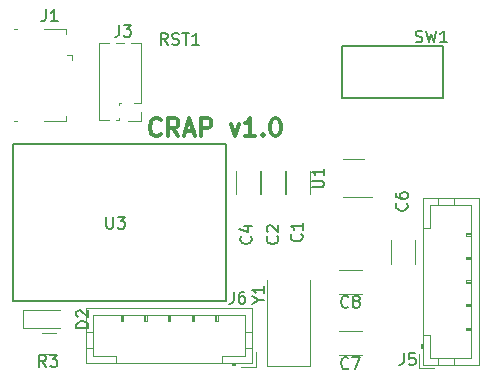
<source format=gbr>
G04 #@! TF.GenerationSoftware,KiCad,Pcbnew,5.0.2-bee76a0~70~ubuntu18.04.1*
G04 #@! TF.CreationDate,2019-04-29T21:23:14-04:00*
G04 #@! TF.ProjectId,E73 SCR,45373320-5343-4522-9e6b-696361645f70,rev?*
G04 #@! TF.SameCoordinates,Original*
G04 #@! TF.FileFunction,Legend,Top*
G04 #@! TF.FilePolarity,Positive*
%FSLAX46Y46*%
G04 Gerber Fmt 4.6, Leading zero omitted, Abs format (unit mm)*
G04 Created by KiCad (PCBNEW 5.0.2-bee76a0~70~ubuntu18.04.1) date Mon 29 Apr 2019 09:23:14 PM EDT*
%MOMM*%
%LPD*%
G01*
G04 APERTURE LIST*
%ADD10C,0.300000*%
%ADD11C,0.120000*%
%ADD12C,0.150000*%
G04 APERTURE END LIST*
D10*
X124492857Y-69435714D02*
X124421428Y-69507142D01*
X124207142Y-69578571D01*
X124064285Y-69578571D01*
X123850000Y-69507142D01*
X123707142Y-69364285D01*
X123635714Y-69221428D01*
X123564285Y-68935714D01*
X123564285Y-68721428D01*
X123635714Y-68435714D01*
X123707142Y-68292857D01*
X123850000Y-68150000D01*
X124064285Y-68078571D01*
X124207142Y-68078571D01*
X124421428Y-68150000D01*
X124492857Y-68221428D01*
X125992857Y-69578571D02*
X125492857Y-68864285D01*
X125135714Y-69578571D02*
X125135714Y-68078571D01*
X125707142Y-68078571D01*
X125850000Y-68150000D01*
X125921428Y-68221428D01*
X125992857Y-68364285D01*
X125992857Y-68578571D01*
X125921428Y-68721428D01*
X125850000Y-68792857D01*
X125707142Y-68864285D01*
X125135714Y-68864285D01*
X126564285Y-69150000D02*
X127278571Y-69150000D01*
X126421428Y-69578571D02*
X126921428Y-68078571D01*
X127421428Y-69578571D01*
X127921428Y-69578571D02*
X127921428Y-68078571D01*
X128492857Y-68078571D01*
X128635714Y-68150000D01*
X128707142Y-68221428D01*
X128778571Y-68364285D01*
X128778571Y-68578571D01*
X128707142Y-68721428D01*
X128635714Y-68792857D01*
X128492857Y-68864285D01*
X127921428Y-68864285D01*
X130421428Y-68578571D02*
X130778571Y-69578571D01*
X131135714Y-68578571D01*
X132492857Y-69578571D02*
X131635714Y-69578571D01*
X132064285Y-69578571D02*
X132064285Y-68078571D01*
X131921428Y-68292857D01*
X131778571Y-68435714D01*
X131635714Y-68507142D01*
X133135714Y-69435714D02*
X133207142Y-69507142D01*
X133135714Y-69578571D01*
X133064285Y-69507142D01*
X133135714Y-69435714D01*
X133135714Y-69578571D01*
X134135714Y-68078571D02*
X134278571Y-68078571D01*
X134421428Y-68150000D01*
X134492857Y-68221428D01*
X134564285Y-68364285D01*
X134635714Y-68650000D01*
X134635714Y-69007142D01*
X134564285Y-69292857D01*
X134492857Y-69435714D01*
X134421428Y-69507142D01*
X134278571Y-69578571D01*
X134135714Y-69578571D01*
X133992857Y-69507142D01*
X133921428Y-69435714D01*
X133850000Y-69292857D01*
X133778571Y-69007142D01*
X133778571Y-68650000D01*
X133850000Y-68364285D01*
X133921428Y-68221428D01*
X133992857Y-68150000D01*
X134135714Y-68078571D01*
D11*
G04 #@! TO.C,C1*
X137170000Y-74500000D02*
X137170000Y-72500000D01*
X135130000Y-72500000D02*
X135130000Y-74500000D01*
G04 #@! TO.C,C2*
X132980000Y-72500000D02*
X132980000Y-74500000D01*
X135020000Y-74500000D02*
X135020000Y-72500000D01*
G04 #@! TO.C,C4*
X130830000Y-72500000D02*
X130830000Y-74500000D01*
X132870000Y-74500000D02*
X132870000Y-72500000D01*
G04 #@! TO.C,C8*
X141550000Y-80880000D02*
X139550000Y-80880000D01*
X139550000Y-82920000D02*
X141550000Y-82920000D01*
G04 #@! TO.C,C7*
X139550000Y-88120000D02*
X141550000Y-88120000D01*
X141550000Y-86080000D02*
X139550000Y-86080000D01*
G04 #@! TO.C,J5*
X146700000Y-88950000D02*
X151400000Y-88950000D01*
X151400000Y-88950000D02*
X151400000Y-74850000D01*
X151400000Y-74850000D02*
X146700000Y-74850000D01*
X146700000Y-74850000D02*
X146700000Y-88950000D01*
X146700000Y-86400000D02*
X147300000Y-86400000D01*
X147300000Y-86400000D02*
X147300000Y-88350000D01*
X147300000Y-88350000D02*
X150800000Y-88350000D01*
X150800000Y-88350000D02*
X150800000Y-75450000D01*
X150800000Y-75450000D02*
X147300000Y-75450000D01*
X147300000Y-75450000D02*
X147300000Y-77400000D01*
X147300000Y-77400000D02*
X146700000Y-77400000D01*
X148000000Y-88950000D02*
X148000000Y-88350000D01*
X149300000Y-88950000D02*
X149300000Y-88350000D01*
X148000000Y-74850000D02*
X148000000Y-75450000D01*
X149300000Y-74850000D02*
X149300000Y-75450000D01*
X146700000Y-87200000D02*
X146500000Y-87200000D01*
X146500000Y-87200000D02*
X146500000Y-87500000D01*
X146500000Y-87500000D02*
X146700000Y-87500000D01*
X146600000Y-87200000D02*
X146600000Y-87500000D01*
X150800000Y-86000000D02*
X150300000Y-86000000D01*
X150300000Y-86000000D02*
X150300000Y-85800000D01*
X150300000Y-85800000D02*
X150800000Y-85800000D01*
X150800000Y-85900000D02*
X150300000Y-85900000D01*
X150800000Y-84000000D02*
X150300000Y-84000000D01*
X150300000Y-84000000D02*
X150300000Y-83800000D01*
X150300000Y-83800000D02*
X150800000Y-83800000D01*
X150800000Y-83900000D02*
X150300000Y-83900000D01*
X150800000Y-82000000D02*
X150300000Y-82000000D01*
X150300000Y-82000000D02*
X150300000Y-81800000D01*
X150300000Y-81800000D02*
X150800000Y-81800000D01*
X150800000Y-81900000D02*
X150300000Y-81900000D01*
X150800000Y-80000000D02*
X150300000Y-80000000D01*
X150300000Y-80000000D02*
X150300000Y-79800000D01*
X150300000Y-79800000D02*
X150800000Y-79800000D01*
X150800000Y-79900000D02*
X150300000Y-79900000D01*
X150800000Y-78000000D02*
X150300000Y-78000000D01*
X150300000Y-78000000D02*
X150300000Y-77800000D01*
X150300000Y-77800000D02*
X150800000Y-77800000D01*
X150800000Y-77900000D02*
X150300000Y-77900000D01*
X146400000Y-88000000D02*
X146400000Y-89250000D01*
X146400000Y-89250000D02*
X147650000Y-89250000D01*
G04 #@! TO.C,J6*
X132250000Y-88800000D02*
X132250000Y-84100000D01*
X132250000Y-84100000D02*
X118150000Y-84100000D01*
X118150000Y-84100000D02*
X118150000Y-88800000D01*
X118150000Y-88800000D02*
X132250000Y-88800000D01*
X129700000Y-88800000D02*
X129700000Y-88200000D01*
X129700000Y-88200000D02*
X131650000Y-88200000D01*
X131650000Y-88200000D02*
X131650000Y-84700000D01*
X131650000Y-84700000D02*
X118750000Y-84700000D01*
X118750000Y-84700000D02*
X118750000Y-88200000D01*
X118750000Y-88200000D02*
X120700000Y-88200000D01*
X120700000Y-88200000D02*
X120700000Y-88800000D01*
X132250000Y-87500000D02*
X131650000Y-87500000D01*
X132250000Y-86200000D02*
X131650000Y-86200000D01*
X118150000Y-87500000D02*
X118750000Y-87500000D01*
X118150000Y-86200000D02*
X118750000Y-86200000D01*
X130500000Y-88800000D02*
X130500000Y-89000000D01*
X130500000Y-89000000D02*
X130800000Y-89000000D01*
X130800000Y-89000000D02*
X130800000Y-88800000D01*
X130500000Y-88900000D02*
X130800000Y-88900000D01*
X129300000Y-84700000D02*
X129300000Y-85200000D01*
X129300000Y-85200000D02*
X129100000Y-85200000D01*
X129100000Y-85200000D02*
X129100000Y-84700000D01*
X129200000Y-84700000D02*
X129200000Y-85200000D01*
X127300000Y-84700000D02*
X127300000Y-85200000D01*
X127300000Y-85200000D02*
X127100000Y-85200000D01*
X127100000Y-85200000D02*
X127100000Y-84700000D01*
X127200000Y-84700000D02*
X127200000Y-85200000D01*
X125300000Y-84700000D02*
X125300000Y-85200000D01*
X125300000Y-85200000D02*
X125100000Y-85200000D01*
X125100000Y-85200000D02*
X125100000Y-84700000D01*
X125200000Y-84700000D02*
X125200000Y-85200000D01*
X123300000Y-84700000D02*
X123300000Y-85200000D01*
X123300000Y-85200000D02*
X123100000Y-85200000D01*
X123100000Y-85200000D02*
X123100000Y-84700000D01*
X123200000Y-84700000D02*
X123200000Y-85200000D01*
X121300000Y-84700000D02*
X121300000Y-85200000D01*
X121300000Y-85200000D02*
X121100000Y-85200000D01*
X121100000Y-85200000D02*
X121100000Y-84700000D01*
X121200000Y-84700000D02*
X121200000Y-85200000D01*
X131300000Y-89100000D02*
X132550000Y-89100000D01*
X132550000Y-89100000D02*
X132550000Y-87850000D01*
G04 #@! TO.C,C6*
X143980000Y-78400000D02*
X143980000Y-80400000D01*
X146020000Y-80400000D02*
X146020000Y-78400000D01*
G04 #@! TO.C,D2*
X112800000Y-84300000D02*
X112800000Y-85800000D01*
X112800000Y-84300000D02*
X116000000Y-84300000D01*
X116000000Y-85800000D02*
X112800000Y-85800000D01*
G04 #@! TO.C,J1*
X117000000Y-62700000D02*
X116550000Y-62700000D01*
X117000000Y-62700000D02*
X117000000Y-63150000D01*
X116450000Y-68300000D02*
X116450000Y-67850000D01*
X114600000Y-68300000D02*
X116450000Y-68300000D01*
X112050000Y-60500000D02*
X112300000Y-60500000D01*
X112050000Y-68300000D02*
X112300000Y-68300000D01*
X114600000Y-60500000D02*
X116450000Y-60500000D01*
X116450000Y-60500000D02*
X116450000Y-60950000D01*
G04 #@! TO.C,J3*
X122830000Y-68260000D02*
X121700000Y-68260000D01*
X122830000Y-67500000D02*
X122830000Y-68260000D01*
X120122470Y-68195000D02*
X119300000Y-68195000D01*
X120940000Y-68195000D02*
X120737530Y-68195000D01*
X120940000Y-68063471D02*
X120940000Y-68195000D01*
X120940000Y-66793471D02*
X120940000Y-66936529D01*
X121136529Y-66740000D02*
X120993471Y-66740000D01*
X122830000Y-66740000D02*
X122263471Y-66740000D01*
X119300000Y-68195000D02*
X119300000Y-61725000D01*
X122830000Y-66740000D02*
X122830000Y-61725000D01*
X121392470Y-61725000D02*
X120737530Y-61725000D01*
X120122470Y-61725000D02*
X119300000Y-61725000D01*
X122830000Y-61725000D02*
X122007530Y-61725000D01*
G04 #@! TO.C,R3*
X115600000Y-88030000D02*
X114400000Y-88030000D01*
X114400000Y-86270000D02*
X115600000Y-86270000D01*
G04 #@! TO.C,U1*
X141700000Y-71490000D02*
X139900000Y-71490000D01*
X139900000Y-74710000D02*
X142350000Y-74710000D01*
D12*
G04 #@! TO.C,U3*
X111950000Y-70250000D02*
X130050000Y-70250000D01*
X130050000Y-70250000D02*
X130050000Y-83500000D01*
X130050000Y-83500000D02*
X111950000Y-83500000D01*
X111950000Y-83500000D02*
X111950000Y-70250000D01*
D11*
G04 #@! TO.C,Y1*
X137100000Y-89050000D02*
X137100000Y-81800000D01*
X133500000Y-89050000D02*
X137100000Y-89050000D01*
X133500000Y-81800000D02*
X133500000Y-89050000D01*
D12*
G04 #@! TO.C,SW1*
X148400000Y-66350000D02*
X139800000Y-66350000D01*
X148400000Y-61950000D02*
X139800000Y-61950000D01*
X148400000Y-66350000D02*
X148400000Y-61950000D01*
X139800000Y-66350000D02*
X139800000Y-61950000D01*
G04 #@! TO.C,C1*
X136407142Y-77866666D02*
X136454761Y-77914285D01*
X136502380Y-78057142D01*
X136502380Y-78152380D01*
X136454761Y-78295238D01*
X136359523Y-78390476D01*
X136264285Y-78438095D01*
X136073809Y-78485714D01*
X135930952Y-78485714D01*
X135740476Y-78438095D01*
X135645238Y-78390476D01*
X135550000Y-78295238D01*
X135502380Y-78152380D01*
X135502380Y-78057142D01*
X135550000Y-77914285D01*
X135597619Y-77866666D01*
X136502380Y-76914285D02*
X136502380Y-77485714D01*
X136502380Y-77200000D02*
X135502380Y-77200000D01*
X135645238Y-77295238D01*
X135740476Y-77390476D01*
X135788095Y-77485714D01*
G04 #@! TO.C,C2*
X134357142Y-78066666D02*
X134404761Y-78114285D01*
X134452380Y-78257142D01*
X134452380Y-78352380D01*
X134404761Y-78495238D01*
X134309523Y-78590476D01*
X134214285Y-78638095D01*
X134023809Y-78685714D01*
X133880952Y-78685714D01*
X133690476Y-78638095D01*
X133595238Y-78590476D01*
X133500000Y-78495238D01*
X133452380Y-78352380D01*
X133452380Y-78257142D01*
X133500000Y-78114285D01*
X133547619Y-78066666D01*
X133547619Y-77685714D02*
X133500000Y-77638095D01*
X133452380Y-77542857D01*
X133452380Y-77304761D01*
X133500000Y-77209523D01*
X133547619Y-77161904D01*
X133642857Y-77114285D01*
X133738095Y-77114285D01*
X133880952Y-77161904D01*
X134452380Y-77733333D01*
X134452380Y-77114285D01*
G04 #@! TO.C,C4*
X132107142Y-78066666D02*
X132154761Y-78114285D01*
X132202380Y-78257142D01*
X132202380Y-78352380D01*
X132154761Y-78495238D01*
X132059523Y-78590476D01*
X131964285Y-78638095D01*
X131773809Y-78685714D01*
X131630952Y-78685714D01*
X131440476Y-78638095D01*
X131345238Y-78590476D01*
X131250000Y-78495238D01*
X131202380Y-78352380D01*
X131202380Y-78257142D01*
X131250000Y-78114285D01*
X131297619Y-78066666D01*
X131535714Y-77209523D02*
X132202380Y-77209523D01*
X131154761Y-77447619D02*
X131869047Y-77685714D01*
X131869047Y-77066666D01*
G04 #@! TO.C,RST1*
X125076190Y-61852380D02*
X124742857Y-61376190D01*
X124504761Y-61852380D02*
X124504761Y-60852380D01*
X124885714Y-60852380D01*
X124980952Y-60900000D01*
X125028571Y-60947619D01*
X125076190Y-61042857D01*
X125076190Y-61185714D01*
X125028571Y-61280952D01*
X124980952Y-61328571D01*
X124885714Y-61376190D01*
X124504761Y-61376190D01*
X125457142Y-61804761D02*
X125600000Y-61852380D01*
X125838095Y-61852380D01*
X125933333Y-61804761D01*
X125980952Y-61757142D01*
X126028571Y-61661904D01*
X126028571Y-61566666D01*
X125980952Y-61471428D01*
X125933333Y-61423809D01*
X125838095Y-61376190D01*
X125647619Y-61328571D01*
X125552380Y-61280952D01*
X125504761Y-61233333D01*
X125457142Y-61138095D01*
X125457142Y-61042857D01*
X125504761Y-60947619D01*
X125552380Y-60900000D01*
X125647619Y-60852380D01*
X125885714Y-60852380D01*
X126028571Y-60900000D01*
X126314285Y-60852380D02*
X126885714Y-60852380D01*
X126600000Y-61852380D02*
X126600000Y-60852380D01*
X127742857Y-61852380D02*
X127171428Y-61852380D01*
X127457142Y-61852380D02*
X127457142Y-60852380D01*
X127361904Y-60995238D01*
X127266666Y-61090476D01*
X127171428Y-61138095D01*
G04 #@! TO.C,C8*
X140383333Y-84007142D02*
X140335714Y-84054761D01*
X140192857Y-84102380D01*
X140097619Y-84102380D01*
X139954761Y-84054761D01*
X139859523Y-83959523D01*
X139811904Y-83864285D01*
X139764285Y-83673809D01*
X139764285Y-83530952D01*
X139811904Y-83340476D01*
X139859523Y-83245238D01*
X139954761Y-83150000D01*
X140097619Y-83102380D01*
X140192857Y-83102380D01*
X140335714Y-83150000D01*
X140383333Y-83197619D01*
X140954761Y-83530952D02*
X140859523Y-83483333D01*
X140811904Y-83435714D01*
X140764285Y-83340476D01*
X140764285Y-83292857D01*
X140811904Y-83197619D01*
X140859523Y-83150000D01*
X140954761Y-83102380D01*
X141145238Y-83102380D01*
X141240476Y-83150000D01*
X141288095Y-83197619D01*
X141335714Y-83292857D01*
X141335714Y-83340476D01*
X141288095Y-83435714D01*
X141240476Y-83483333D01*
X141145238Y-83530952D01*
X140954761Y-83530952D01*
X140859523Y-83578571D01*
X140811904Y-83626190D01*
X140764285Y-83721428D01*
X140764285Y-83911904D01*
X140811904Y-84007142D01*
X140859523Y-84054761D01*
X140954761Y-84102380D01*
X141145238Y-84102380D01*
X141240476Y-84054761D01*
X141288095Y-84007142D01*
X141335714Y-83911904D01*
X141335714Y-83721428D01*
X141288095Y-83626190D01*
X141240476Y-83578571D01*
X141145238Y-83530952D01*
G04 #@! TO.C,C7*
X140383333Y-89207142D02*
X140335714Y-89254761D01*
X140192857Y-89302380D01*
X140097619Y-89302380D01*
X139954761Y-89254761D01*
X139859523Y-89159523D01*
X139811904Y-89064285D01*
X139764285Y-88873809D01*
X139764285Y-88730952D01*
X139811904Y-88540476D01*
X139859523Y-88445238D01*
X139954761Y-88350000D01*
X140097619Y-88302380D01*
X140192857Y-88302380D01*
X140335714Y-88350000D01*
X140383333Y-88397619D01*
X140716666Y-88302380D02*
X141383333Y-88302380D01*
X140954761Y-89302380D01*
G04 #@! TO.C,J5*
X145066666Y-87952380D02*
X145066666Y-88666666D01*
X145019047Y-88809523D01*
X144923809Y-88904761D01*
X144780952Y-88952380D01*
X144685714Y-88952380D01*
X146019047Y-87952380D02*
X145542857Y-87952380D01*
X145495238Y-88428571D01*
X145542857Y-88380952D01*
X145638095Y-88333333D01*
X145876190Y-88333333D01*
X145971428Y-88380952D01*
X146019047Y-88428571D01*
X146066666Y-88523809D01*
X146066666Y-88761904D01*
X146019047Y-88857142D01*
X145971428Y-88904761D01*
X145876190Y-88952380D01*
X145638095Y-88952380D01*
X145542857Y-88904761D01*
X145495238Y-88857142D01*
G04 #@! TO.C,J6*
X130666666Y-82752380D02*
X130666666Y-83466666D01*
X130619047Y-83609523D01*
X130523809Y-83704761D01*
X130380952Y-83752380D01*
X130285714Y-83752380D01*
X131571428Y-82752380D02*
X131380952Y-82752380D01*
X131285714Y-82800000D01*
X131238095Y-82847619D01*
X131142857Y-82990476D01*
X131095238Y-83180952D01*
X131095238Y-83561904D01*
X131142857Y-83657142D01*
X131190476Y-83704761D01*
X131285714Y-83752380D01*
X131476190Y-83752380D01*
X131571428Y-83704761D01*
X131619047Y-83657142D01*
X131666666Y-83561904D01*
X131666666Y-83323809D01*
X131619047Y-83228571D01*
X131571428Y-83180952D01*
X131476190Y-83133333D01*
X131285714Y-83133333D01*
X131190476Y-83180952D01*
X131142857Y-83228571D01*
X131095238Y-83323809D01*
G04 #@! TO.C,C6*
X145307142Y-75266666D02*
X145354761Y-75314285D01*
X145402380Y-75457142D01*
X145402380Y-75552380D01*
X145354761Y-75695238D01*
X145259523Y-75790476D01*
X145164285Y-75838095D01*
X144973809Y-75885714D01*
X144830952Y-75885714D01*
X144640476Y-75838095D01*
X144545238Y-75790476D01*
X144450000Y-75695238D01*
X144402380Y-75552380D01*
X144402380Y-75457142D01*
X144450000Y-75314285D01*
X144497619Y-75266666D01*
X144402380Y-74409523D02*
X144402380Y-74600000D01*
X144450000Y-74695238D01*
X144497619Y-74742857D01*
X144640476Y-74838095D01*
X144830952Y-74885714D01*
X145211904Y-74885714D01*
X145307142Y-74838095D01*
X145354761Y-74790476D01*
X145402380Y-74695238D01*
X145402380Y-74504761D01*
X145354761Y-74409523D01*
X145307142Y-74361904D01*
X145211904Y-74314285D01*
X144973809Y-74314285D01*
X144878571Y-74361904D01*
X144830952Y-74409523D01*
X144783333Y-74504761D01*
X144783333Y-74695238D01*
X144830952Y-74790476D01*
X144878571Y-74838095D01*
X144973809Y-74885714D01*
G04 #@! TO.C,D2*
X118352380Y-85838095D02*
X117352380Y-85838095D01*
X117352380Y-85600000D01*
X117400000Y-85457142D01*
X117495238Y-85361904D01*
X117590476Y-85314285D01*
X117780952Y-85266666D01*
X117923809Y-85266666D01*
X118114285Y-85314285D01*
X118209523Y-85361904D01*
X118304761Y-85457142D01*
X118352380Y-85600000D01*
X118352380Y-85838095D01*
X117447619Y-84885714D02*
X117400000Y-84838095D01*
X117352380Y-84742857D01*
X117352380Y-84504761D01*
X117400000Y-84409523D01*
X117447619Y-84361904D01*
X117542857Y-84314285D01*
X117638095Y-84314285D01*
X117780952Y-84361904D01*
X118352380Y-84933333D01*
X118352380Y-84314285D01*
G04 #@! TO.C,J1*
X114766666Y-58852380D02*
X114766666Y-59566666D01*
X114719047Y-59709523D01*
X114623809Y-59804761D01*
X114480952Y-59852380D01*
X114385714Y-59852380D01*
X115766666Y-59852380D02*
X115195238Y-59852380D01*
X115480952Y-59852380D02*
X115480952Y-58852380D01*
X115385714Y-58995238D01*
X115290476Y-59090476D01*
X115195238Y-59138095D01*
G04 #@! TO.C,J3*
X120966666Y-60152380D02*
X120966666Y-60866666D01*
X120919047Y-61009523D01*
X120823809Y-61104761D01*
X120680952Y-61152380D01*
X120585714Y-61152380D01*
X121347619Y-60152380D02*
X121966666Y-60152380D01*
X121633333Y-60533333D01*
X121776190Y-60533333D01*
X121871428Y-60580952D01*
X121919047Y-60628571D01*
X121966666Y-60723809D01*
X121966666Y-60961904D01*
X121919047Y-61057142D01*
X121871428Y-61104761D01*
X121776190Y-61152380D01*
X121490476Y-61152380D01*
X121395238Y-61104761D01*
X121347619Y-61057142D01*
G04 #@! TO.C,R3*
X114783333Y-89102380D02*
X114450000Y-88626190D01*
X114211904Y-89102380D02*
X114211904Y-88102380D01*
X114592857Y-88102380D01*
X114688095Y-88150000D01*
X114735714Y-88197619D01*
X114783333Y-88292857D01*
X114783333Y-88435714D01*
X114735714Y-88530952D01*
X114688095Y-88578571D01*
X114592857Y-88626190D01*
X114211904Y-88626190D01*
X115116666Y-88102380D02*
X115735714Y-88102380D01*
X115402380Y-88483333D01*
X115545238Y-88483333D01*
X115640476Y-88530952D01*
X115688095Y-88578571D01*
X115735714Y-88673809D01*
X115735714Y-88911904D01*
X115688095Y-89007142D01*
X115640476Y-89054761D01*
X115545238Y-89102380D01*
X115259523Y-89102380D01*
X115164285Y-89054761D01*
X115116666Y-89007142D01*
G04 #@! TO.C,U1*
X137302380Y-73911904D02*
X138111904Y-73911904D01*
X138207142Y-73864285D01*
X138254761Y-73816666D01*
X138302380Y-73721428D01*
X138302380Y-73530952D01*
X138254761Y-73435714D01*
X138207142Y-73388095D01*
X138111904Y-73340476D01*
X137302380Y-73340476D01*
X138302380Y-72340476D02*
X138302380Y-72911904D01*
X138302380Y-72626190D02*
X137302380Y-72626190D01*
X137445238Y-72721428D01*
X137540476Y-72816666D01*
X137588095Y-72911904D01*
G04 #@! TO.C,U3*
X119888095Y-76402380D02*
X119888095Y-77211904D01*
X119935714Y-77307142D01*
X119983333Y-77354761D01*
X120078571Y-77402380D01*
X120269047Y-77402380D01*
X120364285Y-77354761D01*
X120411904Y-77307142D01*
X120459523Y-77211904D01*
X120459523Y-76402380D01*
X120840476Y-76402380D02*
X121459523Y-76402380D01*
X121126190Y-76783333D01*
X121269047Y-76783333D01*
X121364285Y-76830952D01*
X121411904Y-76878571D01*
X121459523Y-76973809D01*
X121459523Y-77211904D01*
X121411904Y-77307142D01*
X121364285Y-77354761D01*
X121269047Y-77402380D01*
X120983333Y-77402380D01*
X120888095Y-77354761D01*
X120840476Y-77307142D01*
G04 #@! TO.C,Y1*
X132776190Y-83476190D02*
X133252380Y-83476190D01*
X132252380Y-83809523D02*
X132776190Y-83476190D01*
X132252380Y-83142857D01*
X133252380Y-82285714D02*
X133252380Y-82857142D01*
X133252380Y-82571428D02*
X132252380Y-82571428D01*
X132395238Y-82666666D01*
X132490476Y-82761904D01*
X132538095Y-82857142D01*
G04 #@! TO.C,SW1*
X146066666Y-61604761D02*
X146209523Y-61652380D01*
X146447619Y-61652380D01*
X146542857Y-61604761D01*
X146590476Y-61557142D01*
X146638095Y-61461904D01*
X146638095Y-61366666D01*
X146590476Y-61271428D01*
X146542857Y-61223809D01*
X146447619Y-61176190D01*
X146257142Y-61128571D01*
X146161904Y-61080952D01*
X146114285Y-61033333D01*
X146066666Y-60938095D01*
X146066666Y-60842857D01*
X146114285Y-60747619D01*
X146161904Y-60700000D01*
X146257142Y-60652380D01*
X146495238Y-60652380D01*
X146638095Y-60700000D01*
X146971428Y-60652380D02*
X147209523Y-61652380D01*
X147400000Y-60938095D01*
X147590476Y-61652380D01*
X147828571Y-60652380D01*
X148733333Y-61652380D02*
X148161904Y-61652380D01*
X148447619Y-61652380D02*
X148447619Y-60652380D01*
X148352380Y-60795238D01*
X148257142Y-60890476D01*
X148161904Y-60938095D01*
G04 #@! TD*
M02*

</source>
